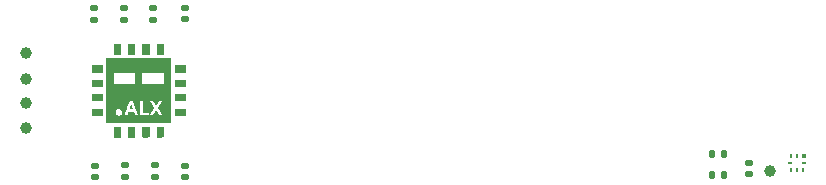
<source format=gbr>
%TF.GenerationSoftware,KiCad,Pcbnew,8.0.1*%
%TF.CreationDate,2024-06-02T23:47:43+02:00*%
%TF.ProjectId,Shawn_PCB_Business_card,53686177-6e5f-4504-9342-5f427573696e,rev?*%
%TF.SameCoordinates,Original*%
%TF.FileFunction,Soldermask,Top*%
%TF.FilePolarity,Negative*%
%FSLAX46Y46*%
G04 Gerber Fmt 4.6, Leading zero omitted, Abs format (unit mm)*
G04 Created by KiCad (PCBNEW 8.0.1) date 2024-06-02 23:47:43*
%MOMM*%
%LPD*%
G01*
G04 APERTURE LIST*
G04 Aperture macros list*
%AMRoundRect*
0 Rectangle with rounded corners*
0 $1 Rounding radius*
0 $2 $3 $4 $5 $6 $7 $8 $9 X,Y pos of 4 corners*
0 Add a 4 corners polygon primitive as box body*
4,1,4,$2,$3,$4,$5,$6,$7,$8,$9,$2,$3,0*
0 Add four circle primitives for the rounded corners*
1,1,$1+$1,$2,$3*
1,1,$1+$1,$4,$5*
1,1,$1+$1,$6,$7*
1,1,$1+$1,$8,$9*
0 Add four rect primitives between the rounded corners*
20,1,$1+$1,$2,$3,$4,$5,0*
20,1,$1+$1,$4,$5,$6,$7,0*
20,1,$1+$1,$6,$7,$8,$9,0*
20,1,$1+$1,$8,$9,$2,$3,0*%
G04 Aperture macros list end*
%ADD10C,0.000000*%
%ADD11C,1.000000*%
%ADD12RoundRect,0.147500X-0.172500X0.147500X-0.172500X-0.147500X0.172500X-0.147500X0.172500X0.147500X0*%
%ADD13RoundRect,0.147500X0.172500X-0.147500X0.172500X0.147500X-0.172500X0.147500X-0.172500X-0.147500X0*%
%ADD14RoundRect,0.135000X0.185000X-0.135000X0.185000X0.135000X-0.185000X0.135000X-0.185000X-0.135000X0*%
%ADD15RoundRect,0.140000X0.170000X-0.140000X0.170000X0.140000X-0.170000X0.140000X-0.170000X-0.140000X0*%
%ADD16RoundRect,0.135000X-0.185000X0.135000X-0.185000X-0.135000X0.185000X-0.135000X0.185000X0.135000X0*%
%ADD17RoundRect,0.135000X-0.135000X-0.185000X0.135000X-0.185000X0.135000X0.185000X-0.135000X0.185000X0*%
%ADD18R,0.370000X0.450000*%
%ADD19R,0.270000X0.450000*%
%ADD20R,0.450000X0.270000*%
%ADD21RoundRect,0.135000X0.135000X0.185000X-0.135000X0.185000X-0.135000X-0.185000X0.135000X-0.185000X0*%
G04 APERTURE END LIST*
D10*
%TO.C,G\u002A\u002A\u002A*%
G36*
X118041149Y-87546267D02*
G01*
X117122524Y-87546267D01*
X117122524Y-86939974D01*
X118041149Y-86939974D01*
X118041149Y-87546267D01*
G37*
G36*
X118041149Y-88768039D02*
G01*
X117122524Y-88768039D01*
X117122524Y-88161746D01*
X118041149Y-88161746D01*
X118041149Y-88768039D01*
G37*
G36*
X118041149Y-89989812D02*
G01*
X117122524Y-89989812D01*
X117122524Y-89383519D01*
X118041149Y-89383519D01*
X118041149Y-89989812D01*
G37*
G36*
X119566068Y-84808763D02*
G01*
X118959775Y-84808763D01*
X118959775Y-83890137D01*
X119566068Y-83890137D01*
X119566068Y-84808763D01*
G37*
G36*
X119566068Y-91827063D02*
G01*
X118959775Y-91827063D01*
X118959775Y-90908437D01*
X119566068Y-90908437D01*
X119566068Y-91827063D01*
G37*
G36*
X125059449Y-87546267D02*
G01*
X124140824Y-87546267D01*
X124140824Y-86939974D01*
X125059449Y-86939974D01*
X125059449Y-87546267D01*
G37*
G36*
X125059449Y-88768039D02*
G01*
X124140824Y-88768039D01*
X124140824Y-88161746D01*
X125059449Y-88161746D01*
X125059449Y-88768039D01*
G37*
G36*
X125059449Y-89989812D02*
G01*
X124140824Y-89989812D01*
X124140824Y-89383519D01*
X125059449Y-89383519D01*
X125059449Y-89989812D01*
G37*
G36*
X118041149Y-86333681D02*
G01*
X117587961Y-86333681D01*
X117498415Y-86333561D01*
X117414499Y-86333215D01*
X117337994Y-86332668D01*
X117270683Y-86331943D01*
X117214349Y-86331064D01*
X117170774Y-86330055D01*
X117141742Y-86328939D01*
X117129034Y-86327741D01*
X117128648Y-86327557D01*
X117127175Y-86317217D01*
X117125830Y-86290710D01*
X117124656Y-86250240D01*
X117123697Y-86198012D01*
X117122997Y-86136230D01*
X117122599Y-86067101D01*
X117122524Y-86019818D01*
X117122524Y-85718202D01*
X118041149Y-85718202D01*
X118041149Y-86333681D01*
G37*
G36*
X120787840Y-91827063D02*
G01*
X120486225Y-91827063D01*
X120413536Y-91826883D01*
X120346779Y-91826372D01*
X120288158Y-91825574D01*
X120239878Y-91824533D01*
X120204143Y-91823293D01*
X120183160Y-91821897D01*
X120178485Y-91820939D01*
X120177277Y-91810810D01*
X120176147Y-91784091D01*
X120175121Y-91742565D01*
X120174221Y-91688014D01*
X120173472Y-91622222D01*
X120172896Y-91546971D01*
X120172519Y-91464043D01*
X120172364Y-91375222D01*
X120172361Y-91361626D01*
X120172361Y-90908437D01*
X120787840Y-90908437D01*
X120787840Y-91827063D01*
G37*
G36*
X125059449Y-86333681D02*
G01*
X124606261Y-86333681D01*
X124516716Y-86333561D01*
X124432799Y-86333215D01*
X124356294Y-86332668D01*
X124288983Y-86331943D01*
X124232649Y-86331064D01*
X124189075Y-86330055D01*
X124160042Y-86328939D01*
X124147334Y-86327741D01*
X124146948Y-86327557D01*
X124145476Y-86317217D01*
X124144131Y-86290710D01*
X124142956Y-86250240D01*
X124141997Y-86198012D01*
X124141297Y-86136230D01*
X124140899Y-86067101D01*
X124140824Y-86019818D01*
X124140824Y-85718202D01*
X125059449Y-85718202D01*
X125059449Y-86333681D01*
G37*
G36*
X120785629Y-84347153D02*
G01*
X120783247Y-84804170D01*
X120484051Y-84806590D01*
X120411658Y-84806988D01*
X120345197Y-84806996D01*
X120286881Y-84806642D01*
X120238928Y-84805951D01*
X120203550Y-84804953D01*
X120182965Y-84803676D01*
X120178608Y-84802762D01*
X120177376Y-84792608D01*
X120176223Y-84765865D01*
X120175176Y-84724316D01*
X120174258Y-84669744D01*
X120173494Y-84603934D01*
X120172907Y-84528667D01*
X120172522Y-84445728D01*
X120172364Y-84356900D01*
X120172361Y-84343326D01*
X120172361Y-83890137D01*
X120788011Y-83890137D01*
X120785629Y-84347153D01*
G37*
G36*
X122007401Y-84347153D02*
G01*
X122005019Y-84804170D01*
X121705824Y-84806590D01*
X121633431Y-84806988D01*
X121566969Y-84806996D01*
X121508654Y-84806642D01*
X121460700Y-84805951D01*
X121425323Y-84804953D01*
X121404737Y-84803676D01*
X121400381Y-84802762D01*
X121399148Y-84792608D01*
X121397996Y-84765865D01*
X121396948Y-84724316D01*
X121396030Y-84669744D01*
X121395266Y-84603934D01*
X121394679Y-84528667D01*
X121394294Y-84445728D01*
X121394136Y-84356900D01*
X121394133Y-84343326D01*
X121394133Y-83890137D01*
X122009784Y-83890137D01*
X122007401Y-84347153D01*
G37*
G36*
X122007401Y-91365453D02*
G01*
X122005019Y-91822470D01*
X121705824Y-91824890D01*
X121633431Y-91825289D01*
X121566969Y-91825297D01*
X121508654Y-91824942D01*
X121460700Y-91824251D01*
X121425323Y-91823254D01*
X121404737Y-91821976D01*
X121400381Y-91821062D01*
X121399148Y-91810908D01*
X121397996Y-91784165D01*
X121396948Y-91742616D01*
X121396030Y-91688044D01*
X121395266Y-91622234D01*
X121394679Y-91546967D01*
X121394294Y-91464028D01*
X121394136Y-91375200D01*
X121394133Y-91361626D01*
X121394133Y-90908437D01*
X122009784Y-90908437D01*
X122007401Y-91365453D01*
G37*
G36*
X123229173Y-84347153D02*
G01*
X123226791Y-84804170D01*
X122927596Y-84806590D01*
X122855203Y-84806988D01*
X122788741Y-84806996D01*
X122730426Y-84806642D01*
X122682472Y-84805951D01*
X122647095Y-84804953D01*
X122626509Y-84803676D01*
X122622153Y-84802762D01*
X122620920Y-84792608D01*
X122619768Y-84765865D01*
X122618721Y-84724316D01*
X122617803Y-84669744D01*
X122617038Y-84603934D01*
X122616451Y-84528667D01*
X122616066Y-84445728D01*
X122615908Y-84356900D01*
X122615905Y-84343326D01*
X122615905Y-83890137D01*
X123231556Y-83890137D01*
X123229173Y-84347153D01*
G37*
G36*
X123229173Y-91365453D02*
G01*
X123226791Y-91822470D01*
X122927596Y-91824890D01*
X122855203Y-91825289D01*
X122788741Y-91825297D01*
X122730426Y-91824942D01*
X122682472Y-91824251D01*
X122647095Y-91823254D01*
X122626509Y-91821976D01*
X122622153Y-91821062D01*
X122620920Y-91810908D01*
X122619768Y-91784165D01*
X122618721Y-91742616D01*
X122617803Y-91688044D01*
X122617038Y-91622234D01*
X122616451Y-91546967D01*
X122616066Y-91464028D01*
X122615908Y-91375200D01*
X122615905Y-91361626D01*
X122615905Y-90908437D01*
X123231556Y-90908437D01*
X123229173Y-91365453D01*
G37*
G36*
X120451909Y-88988366D02*
G01*
X120460819Y-89008647D01*
X120470248Y-89038309D01*
X120470993Y-89041045D01*
X120479597Y-89070200D01*
X120493083Y-89112447D01*
X120510068Y-89163607D01*
X120529168Y-89219500D01*
X120545923Y-89267307D01*
X120564109Y-89318736D01*
X120579972Y-89363949D01*
X120592561Y-89400206D01*
X120600923Y-89424765D01*
X120604109Y-89434884D01*
X120604115Y-89434956D01*
X120595419Y-89436148D01*
X120571290Y-89437178D01*
X120534669Y-89437980D01*
X120488495Y-89438488D01*
X120443355Y-89438636D01*
X120391314Y-89438483D01*
X120346296Y-89438057D01*
X120311240Y-89437411D01*
X120289087Y-89436597D01*
X120282596Y-89435801D01*
X120285562Y-89426517D01*
X120293505Y-89404046D01*
X120304988Y-89372416D01*
X120311240Y-89355422D01*
X120324342Y-89318939D01*
X120341301Y-89270248D01*
X120360306Y-89214617D01*
X120379551Y-89157314D01*
X120388171Y-89131280D01*
X120404670Y-89082555D01*
X120419824Y-89040325D01*
X120432508Y-89007534D01*
X120441596Y-88987124D01*
X120445356Y-88981719D01*
X120451909Y-88988366D01*
G37*
G36*
X121256308Y-85102743D02*
G01*
X121473641Y-85102802D01*
X121685782Y-85102898D01*
X121891991Y-85103030D01*
X122091531Y-85103196D01*
X122283661Y-85103395D01*
X122467643Y-85103624D01*
X122642738Y-85103883D01*
X122808208Y-85104170D01*
X122963313Y-85104483D01*
X123107314Y-85104821D01*
X123239472Y-85105181D01*
X123359049Y-85105563D01*
X123465305Y-85105965D01*
X123557502Y-85106385D01*
X123634900Y-85106822D01*
X123696762Y-85107274D01*
X123742347Y-85107740D01*
X123770917Y-85108217D01*
X123781212Y-85108625D01*
X123837677Y-85114526D01*
X123837677Y-87855972D01*
X123837668Y-88125455D01*
X123837640Y-88377153D01*
X123837589Y-88611654D01*
X123837513Y-88829547D01*
X123837410Y-89031418D01*
X123837275Y-89217855D01*
X123837107Y-89389447D01*
X123836902Y-89546781D01*
X123836659Y-89690444D01*
X123836373Y-89821026D01*
X123836043Y-89939112D01*
X123835665Y-90045293D01*
X123835237Y-90140154D01*
X123834755Y-90224284D01*
X123834218Y-90298271D01*
X123833622Y-90362702D01*
X123832964Y-90418165D01*
X123832242Y-90465249D01*
X123831453Y-90504541D01*
X123830594Y-90536628D01*
X123829662Y-90562098D01*
X123828655Y-90581540D01*
X123827569Y-90595541D01*
X123826402Y-90604689D01*
X123825152Y-90609571D01*
X123824554Y-90610540D01*
X123814110Y-90611913D01*
X123786174Y-90613218D01*
X123741622Y-90614453D01*
X123681327Y-90615620D01*
X123606161Y-90616718D01*
X123516999Y-90617748D01*
X123414715Y-90618709D01*
X123300182Y-90619601D01*
X123174274Y-90620426D01*
X123037864Y-90621182D01*
X122891827Y-90621871D01*
X122737035Y-90622491D01*
X122574362Y-90623044D01*
X122404683Y-90623528D01*
X122228870Y-90623945D01*
X122047798Y-90624295D01*
X121862339Y-90624577D01*
X121673369Y-90624792D01*
X121481759Y-90624939D01*
X121288385Y-90625019D01*
X121094119Y-90625033D01*
X120899836Y-90624979D01*
X120706408Y-90624858D01*
X120514710Y-90624671D01*
X120325615Y-90624417D01*
X120139997Y-90624096D01*
X119958730Y-90623709D01*
X119782686Y-90623255D01*
X119612741Y-90622736D01*
X119449767Y-90622150D01*
X119294638Y-90621498D01*
X119148228Y-90620780D01*
X119011410Y-90619996D01*
X118885059Y-90619146D01*
X118770047Y-90618231D01*
X118667248Y-90617250D01*
X118577537Y-90616203D01*
X118501786Y-90615091D01*
X118440870Y-90613914D01*
X118395661Y-90612672D01*
X118367034Y-90611365D01*
X118355863Y-90609992D01*
X118355779Y-90609922D01*
X118354625Y-90605334D01*
X118353547Y-90593927D01*
X118352541Y-90575176D01*
X118351606Y-90548554D01*
X118350738Y-90513537D01*
X118349937Y-90469601D01*
X118349200Y-90416218D01*
X118348524Y-90352865D01*
X118347907Y-90279016D01*
X118347348Y-90194146D01*
X118346844Y-90097729D01*
X118346393Y-89989241D01*
X118345992Y-89868157D01*
X118345641Y-89733950D01*
X118345580Y-89704500D01*
X119128750Y-89704500D01*
X119141468Y-89771240D01*
X119168729Y-89831635D01*
X119172655Y-89837766D01*
X119218088Y-89890621D01*
X119273652Y-89929423D01*
X119336614Y-89953238D01*
X119404241Y-89961133D01*
X119473802Y-89952172D01*
X119491984Y-89946929D01*
X119498291Y-89943880D01*
X119852635Y-89943880D01*
X120105523Y-89943880D01*
X120155777Y-89799197D01*
X120206030Y-89654513D01*
X120682530Y-89649623D01*
X120731251Y-89796752D01*
X120779973Y-89943880D01*
X121035611Y-89943880D01*
X121015822Y-89891059D01*
X121009194Y-89873325D01*
X120996750Y-89839988D01*
X120979093Y-89792663D01*
X120956824Y-89732962D01*
X120930544Y-89662499D01*
X120900856Y-89582888D01*
X120868361Y-89495741D01*
X120833661Y-89402673D01*
X120797357Y-89305295D01*
X120787135Y-89277877D01*
X120578237Y-88717515D01*
X120445260Y-88714979D01*
X120337401Y-88712922D01*
X121182849Y-88712922D01*
X121182849Y-89943880D01*
X121926936Y-89943880D01*
X121926936Y-89933369D01*
X122006343Y-89933369D01*
X122008505Y-89937917D01*
X122017818Y-89940922D01*
X122036785Y-89942703D01*
X122067905Y-89943576D01*
X122113678Y-89943860D01*
X122142046Y-89943880D01*
X122284312Y-89943880D01*
X122419829Y-89717830D01*
X122459190Y-89652317D01*
X122490302Y-89601060D01*
X122514278Y-89562506D01*
X122532234Y-89535105D01*
X122545285Y-89517306D01*
X122554546Y-89507558D01*
X122561133Y-89504310D01*
X122566160Y-89506010D01*
X122569550Y-89509564D01*
X122577967Y-89522055D01*
X122594338Y-89548047D01*
X122617251Y-89585237D01*
X122645296Y-89631320D01*
X122677060Y-89683991D01*
X122707768Y-89735298D01*
X122831782Y-89943248D01*
X122972855Y-89943564D01*
X123028737Y-89943358D01*
X123068299Y-89942340D01*
X123093580Y-89940341D01*
X123106623Y-89937196D01*
X123109467Y-89932737D01*
X123109347Y-89932397D01*
X123103619Y-89922308D01*
X123089213Y-89898374D01*
X123067195Y-89862329D01*
X123038631Y-89815903D01*
X123004589Y-89760829D01*
X122966133Y-89698839D01*
X122924332Y-89631663D01*
X122910704Y-89609805D01*
X122716642Y-89298694D01*
X122888106Y-89026477D01*
X122928687Y-88962071D01*
X122966611Y-88901920D01*
X123000653Y-88847965D01*
X123029586Y-88802148D01*
X123052184Y-88766411D01*
X123067223Y-88742693D01*
X123073044Y-88733591D01*
X123086517Y-88712922D01*
X122801657Y-88712922D01*
X122684890Y-88910456D01*
X122652559Y-88964844D01*
X122623067Y-89013869D01*
X122597764Y-89055339D01*
X122577994Y-89087062D01*
X122565106Y-89106847D01*
X122560686Y-89112587D01*
X122554239Y-89106256D01*
X122539958Y-89086044D01*
X122519151Y-89054009D01*
X122493127Y-89012206D01*
X122463193Y-88962692D01*
X122435300Y-88915477D01*
X122317352Y-88713770D01*
X122177261Y-88713346D01*
X122128885Y-88713531D01*
X122087741Y-88714321D01*
X122056977Y-88715605D01*
X122039743Y-88717272D01*
X122037171Y-88718287D01*
X122041900Y-88727016D01*
X122055365Y-88749516D01*
X122076478Y-88784029D01*
X122104153Y-88828799D01*
X122137305Y-88882069D01*
X122174847Y-88942080D01*
X122215693Y-89007078D01*
X122217054Y-89009241D01*
X122264713Y-89085138D01*
X122303230Y-89147097D01*
X122333443Y-89196606D01*
X122356186Y-89235155D01*
X122372297Y-89264234D01*
X122382611Y-89285330D01*
X122387964Y-89299933D01*
X122389193Y-89309532D01*
X122388122Y-89313912D01*
X122381353Y-89325860D01*
X122365953Y-89351498D01*
X122343068Y-89388963D01*
X122313849Y-89436392D01*
X122279442Y-89491921D01*
X122240995Y-89553687D01*
X122199657Y-89619827D01*
X122198598Y-89621518D01*
X122157219Y-89687650D01*
X122118687Y-89749355D01*
X122084150Y-89804787D01*
X122054755Y-89852099D01*
X122031650Y-89889443D01*
X122015982Y-89914972D01*
X122008900Y-89926840D01*
X122008834Y-89926961D01*
X122006343Y-89933369D01*
X121926936Y-89933369D01*
X121926936Y-89723410D01*
X121412505Y-89723410D01*
X121412505Y-88712922D01*
X121182849Y-88712922D01*
X120337401Y-88712922D01*
X120312284Y-88712443D01*
X120126084Y-89211037D01*
X120090486Y-89306363D01*
X120055563Y-89399893D01*
X120022071Y-89489603D01*
X119990764Y-89573466D01*
X119962401Y-89649456D01*
X119937736Y-89715548D01*
X119917526Y-89769716D01*
X119902528Y-89809935D01*
X119896259Y-89826755D01*
X119852635Y-89943880D01*
X119498291Y-89943880D01*
X119544467Y-89921557D01*
X119593427Y-89882360D01*
X119633734Y-89833815D01*
X119646798Y-89811813D01*
X119659167Y-89785833D01*
X119666628Y-89761652D01*
X119670369Y-89733056D01*
X119671579Y-89693832D01*
X119671625Y-89682072D01*
X119671061Y-89640424D01*
X119668410Y-89610933D01*
X119662387Y-89587397D01*
X119651706Y-89563619D01*
X119644151Y-89549584D01*
X119609034Y-89500647D01*
X119563825Y-89459178D01*
X119513692Y-89429475D01*
X119489005Y-89420549D01*
X119443930Y-89413143D01*
X119391604Y-89412446D01*
X119339181Y-89417924D01*
X119293814Y-89429043D01*
X119276288Y-89436410D01*
X119240075Y-89460856D01*
X119203020Y-89495412D01*
X119170822Y-89534034D01*
X119149176Y-89570677D01*
X119148721Y-89571751D01*
X119131019Y-89636356D01*
X119128750Y-89704500D01*
X118345580Y-89704500D01*
X118345335Y-89586096D01*
X118345073Y-89424070D01*
X118344854Y-89247346D01*
X118344674Y-89055399D01*
X118344532Y-88847705D01*
X118344425Y-88623737D01*
X118344352Y-88382970D01*
X118344309Y-88124880D01*
X118344296Y-87849801D01*
X118344296Y-87298238D01*
X118959775Y-87298238D01*
X120787840Y-87298238D01*
X121384947Y-87298238D01*
X123222198Y-87298238D01*
X123222198Y-86352054D01*
X121384947Y-86352054D01*
X121384947Y-87298238D01*
X120787840Y-87298238D01*
X120787840Y-86352054D01*
X118959775Y-86352054D01*
X118959775Y-87298238D01*
X118344296Y-87298238D01*
X118344296Y-85102723D01*
X121034521Y-85102723D01*
X121256308Y-85102743D01*
G37*
%TD*%
D11*
%TO.C,TP2*%
X111506000Y-88900000D03*
%TD*%
%TO.C,TP4*%
X111531400Y-91008200D03*
%TD*%
D12*
%TO.C,D1*%
X124993400Y-94206200D03*
X124993400Y-95176200D03*
%TD*%
D13*
%TO.C,D4*%
X125018800Y-81818200D03*
X125018800Y-80848200D03*
%TD*%
D11*
%TO.C,TP5*%
X111531400Y-84683600D03*
%TD*%
D14*
%TO.C,R5*%
X119862600Y-81862200D03*
X119862600Y-80842200D03*
%TD*%
D15*
%TO.C,C1*%
X172770800Y-94917200D03*
X172770800Y-93957200D03*
%TD*%
D16*
%TO.C,R3*%
X122453400Y-94181200D03*
X122453400Y-95201200D03*
%TD*%
%TO.C,R4*%
X119913400Y-94181200D03*
X119913400Y-95201200D03*
%TD*%
D17*
%TO.C,R2*%
X169642600Y-93218000D03*
X170662600Y-93218000D03*
%TD*%
D12*
%TO.C,D2*%
X117348000Y-94206200D03*
X117348000Y-95176200D03*
%TD*%
D11*
%TO.C,TP1*%
X111531400Y-86842601D03*
%TD*%
D14*
%TO.C,R6*%
X122301000Y-81838800D03*
X122301000Y-80818800D03*
%TD*%
D13*
%TO.C,D3*%
X117322601Y-81848701D03*
X117322601Y-80878701D03*
%TD*%
D11*
%TO.C,TP3*%
X174523400Y-94665800D03*
%TD*%
D18*
%TO.C,U1*%
X177384800Y-93413355D03*
D19*
X176834800Y-93413355D03*
X176334800Y-93413355D03*
D20*
X176234800Y-94013355D03*
D19*
X176334800Y-94613355D03*
X176834800Y-94613355D03*
X177334800Y-94613355D03*
D20*
X177434800Y-94013355D03*
%TD*%
D21*
%TO.C,R1*%
X170664600Y-94996000D03*
X169644600Y-94996000D03*
%TD*%
M02*

</source>
